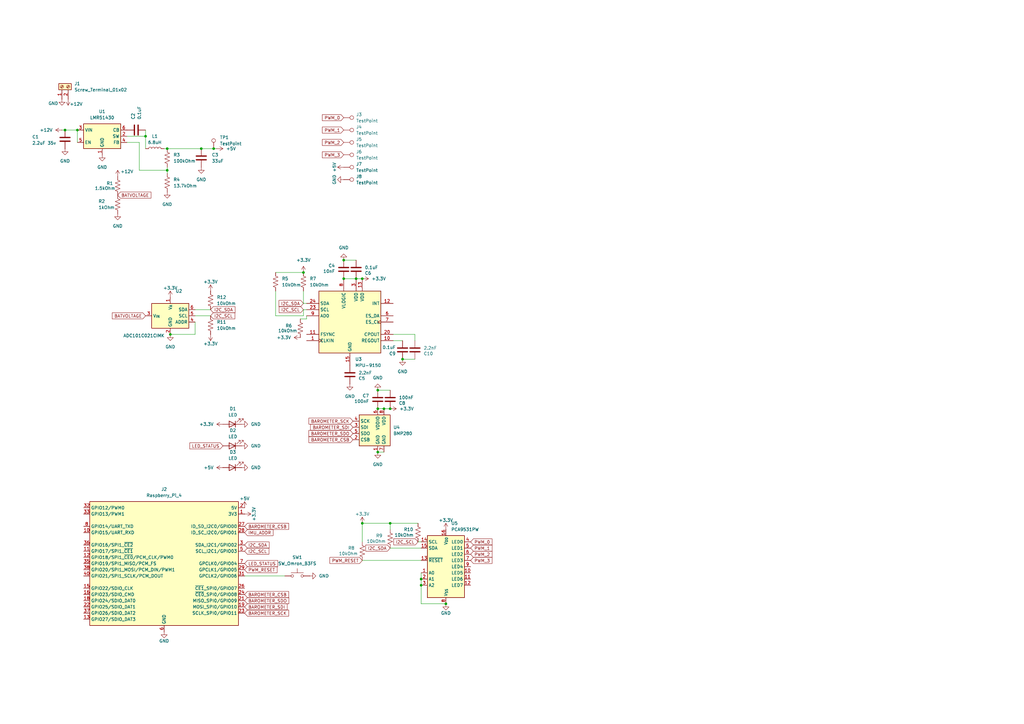
<source format=kicad_sch>
(kicad_sch (version 20250114) (generator "eeschema") (generator_version "9.0")
  (paper "A3")
  (lib_symbols
    (symbol "Analog_ADC:ADC101C021CIMK"
      (property "Reference" "U" (at 3.81 11.43 0))
      (property "Value" "ADC101C021CIMK" (at 11.43 8.89 0))
      (symbol "ADC101C021CIMK_0_1"
        (rectangle (start -7.62 5.08) (end 7.62 -5.08) (stroke (width 0.254)) (fill (type background)))
      )
      (symbol "ADC101C021CIMK_1_1"
        (pin input line (at -10.16 0 0) (length 2.54) (name "V_{IN}") (number "3"))
        (pin power_in line (at 0 7.62 270) (length 2.54) (name "V_{A}") (number "1"))
        (pin power_in line (at 0 -7.62 90) (length 2.54) (name "GND") (number "2"))
        (pin bidirectional line (at 10.16 2.54 180) (length 2.54) (name "SDA") (number "6"))
        (pin input line (at 10.16 0 180) (length 2.54) (name "SCL") (number "5"))
        (pin input line (at 10.16 -2.54 180) (length 2.54) (name "ADDR") (number "4"))
      )
    )
    (symbol "Connector:Raspberry_Pi_4"
      (property "Reference" "J" (at -17.526 48.768 0))
      (property "Value" "Raspberry_Pi_4" (at 15.748 -26.416 0))
      (symbol "Raspberry_Pi_4_0_1"
        (rectangle (start -30.48 25.4) (end 30.48 -25.4) (stroke (width 0.254)) (fill (type background)))
      )
      (symbol "Raspberry_Pi_4_1_1"
        (pin bidirectional line (at -33.02 22.86 0) (length 2.54) (name "GPIO12/PWM0") (number "32"))
        (pin bidirectional line (at -33.02 20.32 0) (length 2.54) (name "GPIO13/PWM1") (number "33"))
        (pin bidirectional line (at -33.02 15.24 0) (length 2.54) (name "GPIO14/UART_TXD") (number "8"))
        (pin bidirectional line (at -33.02 12.7 0) (length 2.54) (name "GPIO15/UART_RXD") (number "10"))
        (pin bidirectional line (at -33.02 7.62 0) (length 2.54) (name "GPIO16/SPI1_~{CE2}") (number "36"))
        (pin bidirectional line (at -33.02 5.08 0) (length 2.54) (name "GPIO17/SPI1_~{CE1}") (number "11"))
        (pin bidirectional line (at -33.02 2.54 0) (length 2.54) (name "GPIO18/SPI1_~{CE0}/PCM_CLK/PWM0") (number "12"))
        (pin bidirectional line (at -33.02 0 0) (length 2.54) (name "GPIO19/SPI1_MISO/PCM_FS") (number "35"))
        (pin bidirectional line (at -33.02 -2.54 0) (length 2.54) (name "GPIO20/SPI1_MOSI/PCM_DIN/PWM1") (number "38"))
        (pin bidirectional line (at -33.02 -5.08 0) (length 2.54) (name "GPIO21/SPI1_SCLK/PCM_DOUT") (number "40"))
        (pin bidirectional line (at -33.02 -10.16 0) (length 2.54) (name "GPIO22/SDIO_CLK") (number "15"))
        (pin bidirectional line (at -33.02 -12.7 0) (length 2.54) (name "GPIO23/SDIO_CMD") (number "16"))
        (pin bidirectional line (at -33.02 -15.24 0) (length 2.54) (name "GPIO24/SDIO_DAT0") (number "18"))
        (pin bidirectional line (at -33.02 -17.78 0) (length 2.54) (name "GPIO25/SDIO_DAT1") (number "22"))
        (pin bidirectional line (at -33.02 -20.32 0) (length 2.54) (name "GPIO26/SDIO_DAT2") (number "37"))
        (pin bidirectional line (at -33.02 -22.86 0) (length 2.54) (name "GPIO27/SDIO_DAT3") (number "13"))
        (pin passive line (at 0 -27.94 90) (length 2.54) (hide yes) (name "GND") (number "14"))
        (pin passive line (at 0 -27.94 90) (length 2.54) (hide yes) (name "GND") (number "20"))
        (pin passive line (at 0 -27.94 90) (length 2.54) (hide yes) (name "GND") (number "25"))
        (pin passive line (at 0 -27.94 90) (length 2.54) (hide yes) (name "GND") (number "30"))
        (pin passive line (at 0 -27.94 90) (length 2.54) (hide yes) (name "GND") (number "34"))
        (pin passive line (at 0 -27.94 90) (length 2.54) (hide yes) (name "GND") (number "39"))
        (pin power_out line (at 0 -27.94 90) (length 2.54) (name "GND") (number "6"))
        (pin passive line (at 0 -27.94 90) (length 2.54) (hide yes) (name "GND") (number "9"))
        (pin power_out line (at 33.02 22.86 180) (length 2.54) (name "5V") (number "2"))
        (pin passive line (at 33.02 22.86 180) (length 2.54) (hide yes) (name "5V") (number "4"))
        (pin power_out line (at 33.02 20.32 180) (length 2.54) (name "3V3") (number "1"))
        (pin passive line (at 33.02 20.32 180) (length 2.54) (hide yes) (name "3V3") (number "17"))
        (pin bidirectional line (at 33.02 15.24 180) (length 2.54) (name "ID_SD_I2C0/GPIO00") (number "27"))
        (pin bidirectional line (at 33.02 12.7 180) (length 2.54) (name "ID_SC_I2C0/GPIO01") (number "28"))
        (pin bidirectional line (at 33.02 7.62 180) (length 2.54) (name "SDA_I2C1/GPIO02") (number "3"))
        (pin bidirectional line (at 33.02 5.08 180) (length 2.54) (name "SCL_I2C1/GPIO03") (number "5"))
        (pin bidirectional line (at 33.02 0 180) (length 2.54) (name "GPCLK0/GPIO04") (number "7"))
        (pin bidirectional line (at 33.02 -2.54 180) (length 2.54) (name "GPCLK1/GPIO05") (number "29"))
        (pin bidirectional line (at 33.02 -5.08 180) (length 2.54) (name "GPCLK2/GPIO06") (number "31"))
        (pin bidirectional line (at 33.02 -10.16 180) (length 2.54) (name "~{CE1}_SPI0/GPIO07") (number "26"))
        (pin bidirectional line (at 33.02 -12.7 180) (length 2.54) (name "~{CE0}_SPI0/GPIO08") (number "24"))
        (pin bidirectional line (at 33.02 -15.24 180) (length 2.54) (name "MISO_SPI0/GPIO09") (number "21"))
        (pin bidirectional line (at 33.02 -17.78 180) (length 2.54) (name "MOSI_SPI0/GPIO10") (number "19"))
        (pin bidirectional line (at 33.02 -20.32 180) (length 2.54) (name "SCLK_SPI0/GPIO11") (number "23"))
      )
    )
    (symbol "Connector:Screw_Terminal_01x02" (pin_names (offset 1.016) (hide yes))
      (property "Reference" "J" (at 0 2.54 0))
      (property "Value" "Screw_Terminal_01x02" (at 0 -5.08 0))
      (symbol "Screw_Terminal_01x02_1_1"
        (rectangle (start -1.27 1.27) (end 1.27 -3.81) (stroke (width 0.254)) (fill (type background)))
        (polyline (pts (xy -0.5334 0.3302) (xy 0.3302 -0.508)) (stroke (width 0.1524)))
        (polyline (pts (xy -0.5334 -2.2098) (xy 0.3302 -3.048)) (stroke (width 0.1524)))
        (polyline (pts (xy -0.3556 0.508) (xy 0.508 -0.3302)) (stroke (width 0.1524)))
        (polyline (pts (xy -0.3556 -2.032) (xy 0.508 -2.8702)) (stroke (width 0.1524)))
        (circle (center 0 0) (radius 0.635) (stroke (width 0.1524)))
        (circle (center 0 -2.54) (radius 0.635) (stroke (width 0.1524)))
        (pin passive line (at -5.08 0 0) (length 3.81) (name "Pin_1") (number "1"))
        (pin passive line (at -5.08 -2.54 0) (length 3.81) (name "Pin_2") (number "2"))
      )
    )
    (symbol "Connector:TestPoint" (pin_numbers (hide yes)) (pin_names (offset 0.762) (hide yes))
      (property "Reference" "TP" (at 0 6.858 0))
      (property "Value" "TestPoint" (at 0 5.08 0))
      (symbol "TestPoint_0_1"
        (circle (center 0 3.302) (radius 0.762))
      )
      (symbol "TestPoint_1_1"
        (pin passive line (at 0 0 90) (length 2.54) (name "1") (number "1"))
      )
    )
    (symbol "Device:C" (pin_numbers (hide yes)) (pin_names (offset 0.254))
      (property "Reference" "C" (at 0.635 2.54 0))
      (property "Value" "C" (at 0.635 -2.54 0))
      (symbol "C_0_1"
        (polyline (pts (xy -2.032 0.762) (xy 2.032 0.762)) (stroke (width 0.508)))
        (polyline (pts (xy -2.032 -0.762) (xy 2.032 -0.762)) (stroke (width 0.508)))
      )
      (symbol "C_1_1"
        (pin passive line (at 0 3.81 270) (length 2.794) (name "~") (number "1"))
        (pin passive line (at 0 -3.81 90) (length 2.794) (name "~") (number "2"))
      )
    )
    (symbol "Device:L" (pin_numbers (hide yes)) (pin_names (offset 1.016) (hide yes))
      (property "Reference" "L" (at -1.27 0 90))
      (property "Value" "L" (at 1.905 0 90))
      (symbol "L_0_1"
        (arc (start 0 2.54) (mid 0.6323 1.905) (end 0 1.27))
        (arc (start 0 1.27) (mid 0.6323 0.635) (end 0 0))
        (arc (start 0 0) (mid 0.6323 -0.635) (end 0 -1.27))
        (arc (start 0 -1.27) (mid 0.6323 -1.905) (end 0 -2.54))
      )
      (symbol "L_1_1"
        (pin passive line (at 0 3.81 270) (length 1.27) (name "1") (number "1"))
        (pin passive line (at 0 -3.81 90) (length 1.27) (name "2") (number "2"))
      )
    )
    (symbol "Device:LED" (pin_numbers (hide yes)) (pin_names (offset 1.016) (hide yes))
      (property "Reference" "D" (at 0 2.54 0))
      (property "Value" "LED" (at 0 -2.54 0))
      (symbol "LED_0_1"
        (polyline (pts (xy -3.048 -0.762) (xy -4.572 -2.286) (xy -3.81 -2.286) (xy -4.572 -2.286) (xy -4.572 -1.524)))
        (polyline (pts (xy -1.778 -0.762) (xy -3.302 -2.286) (xy -2.54 -2.286) (xy -3.302 -2.286) (xy -3.302 -1.524)))
        (polyline (pts (xy -1.27 0) (xy 1.27 0)))
        (polyline (pts (xy -1.27 -1.27) (xy -1.27 1.27)) (stroke (width 0.254)))
        (polyline (pts (xy 1.27 -1.27) (xy 1.27 1.27) (xy -1.27 0) (xy 1.27 -1.27)) (stroke (width 0.254)))
      )
      (symbol "LED_1_1"
        (pin passive line (at -3.81 0 0) (length 2.54) (name "K") (number "1"))
        (pin passive line (at 3.81 0 180) (length 2.54) (name "A") (number "2"))
      )
    )
    (symbol "Device:R_US" (pin_numbers (hide yes)) (pin_names (offset 0))
      (property "Reference" "R" (at 2.54 0 90))
      (property "Value" "R_US" (at -2.54 0 90))
      (symbol "R_US_0_1"
        (polyline (pts (xy 0 2.286) (xy 0 2.54)))
        (polyline (pts (xy 0 2.286) (xy 1.016 1.905) (xy 0 1.524) (xy -1.016 1.143) (xy 0 0.762)))
        (polyline (pts (xy 0 0.762) (xy 1.016 0.381) (xy 0 0) (xy -1.016 -0.381) (xy 0 -0.762)))
        (polyline (pts (xy 0 -0.762) (xy 1.016 -1.143) (xy 0 -1.524) (xy -1.016 -1.905) (xy 0 -2.286)))
        (polyline (pts (xy 0 -2.286) (xy 0 -2.54)))
      )
      (symbol "R_US_1_1"
        (pin passive line (at 0 3.81 270) (length 1.27) (name "~") (number "1"))
        (pin passive line (at 0 -3.81 90) (length 1.27) (name "~") (number "2"))
      )
    )
    (symbol "Driver_LED:PCA9531PW"
      (property "Reference" "U" (at -7.62 13.97 0))
      (property "Value" "PCA9531PW" (at 6.35 -13.97 0))
      (symbol "PCA9531PW_0_1"
        (rectangle (start -7.62 12.7) (end 7.62 -12.7) (stroke (width 0.254)) (fill (type background)))
      )
      (symbol "PCA9531PW_1_1"
        (pin input line (at -10.16 10.16 0) (length 2.54) (name "SCL") (number "14"))
        (pin bidirectional line (at -10.16 7.62 0) (length 2.54) (name "SDA") (number "15"))
        (pin input line (at -10.16 2.54 0) (length 2.54) (name "~{RESET}") (number "13"))
        (pin input line (at -10.16 -2.54 0) (length 2.54) (name "A0") (number "1"))
        (pin input line (at -10.16 -5.08 0) (length 2.54) (name "A1") (number "2"))
        (pin input line (at -10.16 -7.62 0) (length 2.54) (name "A2") (number "3"))
        (pin power_in line (at 0 15.24 270) (length 2.54) (name "V_{DD}") (number "16"))
        (pin power_in line (at 0 -15.24 90) (length 2.54) (name "V_{SS}") (number "8"))
        (pin open_collector line (at 10.16 10.16 180) (length 2.54) (name "LED0") (number "4"))
        (pin open_collector line (at 10.16 7.62 180) (length 2.54) (name "LED1") (number "5"))
        (pin open_collector line (at 10.16 5.08 180) (length 2.54) (name "LED2") (number "6"))
        (pin open_collector line (at 10.16 2.54 180) (length 2.54) (name "LED3") (number "7"))
        (pin open_collector line (at 10.16 0 180) (length 2.54) (name "LED4") (number "9"))
        (pin open_collector line (at 10.16 -2.54 180) (length 2.54) (name "LED5") (number "10"))
        (pin open_collector line (at 10.16 -5.08 180) (length 2.54) (name "LED6") (number "11"))
        (pin open_collector line (at 10.16 -7.62 180) (length 2.54) (name "LED7") (number "12"))
      )
    )
    (symbol "Regulator_Switching:LMR51430"
      (property "Reference" "U" (at -7.62 6.35 0))
      (property "Value" "LMR51430" (at 0 6.35 0))
      (symbol "LMR51430_0_1"
        (rectangle (start -7.62 5.08) (end 7.62 -5.08) (stroke (width 0.254)) (fill (type background)))
      )
      (symbol "LMR51430_1_1"
        (pin power_in line (at -10.16 2.54 0) (length 2.54) (name "VIN") (number "3"))
        (pin input line (at -10.16 -2.54 0) (length 2.54) (name "EN") (number "5"))
        (pin power_in line (at 0 -7.62 90) (length 2.54) (name "GND") (number "1"))
        (pin passive line (at 10.16 2.54 180) (length 2.54) (name "CB") (number "6"))
        (pin power_out line (at 10.16 0 180) (length 2.54) (name "SW") (number "2"))
        (pin input line (at 10.16 -2.54 180) (length 2.54) (name "FB") (number "4"))
      )
    )
    (symbol "Sensor_Motion:MPU-9150"
      (property "Reference" "U" (at -11.43 13.97 0))
      (property "Value" "MPU-9150" (at 8.89 -13.97 0))
      (symbol "MPU-9150_0_1"
        (rectangle (start -12.7 12.7) (end 12.7 -12.7) (stroke (width 0.254)) (fill (type background)))
      )
      (symbol "MPU-9150_1_1"
        (pin bidirectional line (at -17.78 7.62 0) (length 5.08) (name "SDA") (number "24"))
        (pin input line (at -17.78 5.08 0) (length 5.08) (name "SCL") (number "23"))
        (pin input line (at -17.78 2.54 0) (length 5.08) (name "AD0") (number "9"))
        (pin input line (at -17.78 -5.08 0) (length 5.08) (name "FSYNC") (number "11"))
        (pin input clock (at -17.78 -7.62 0) (length 5.08) (name "CLKIN") (number "1"))
        (pin power_in line (at -2.54 17.78 270) (length 5.08) (name "VLOGIC") (number "8"))
        (pin power_in line (at 0 -17.78 90) (length 5.08) (name "GND") (number "15"))
        (pin passive line (at 0 -17.78 90) (length 5.08) (hide yes) (name "GND") (number "17"))
        (pin passive line (at 0 -17.78 90) (length 5.08) (hide yes) (name "GND") (number "18"))
        (pin power_in line (at 2.54 17.78 270) (length 5.08) (name "VDD") (number "3"))
        (pin power_in line (at 5.08 17.78 270) (length 5.08) (name "VDD") (number "13"))
        (pin output line (at 17.78 7.62 180) (length 5.08) (name "INT") (number "12"))
        (pin bidirectional line (at 17.78 2.54 180) (length 5.08) (name "ES_DA") (number "6"))
        (pin output clock (at 17.78 0 180) (length 5.08) (name "ES_CL") (number "7"))
        (pin passive line (at 17.78 -5.08 180) (length 5.08) (name "CPOUT") (number "20"))
        (pin passive line (at 17.78 -7.62 180) (length 5.08) (name "REGOUT") (number "10"))
      )
    )
    (symbol "Sensor_Pressure:BMP280"
      (property "Reference" "U" (at -7.62 10.16 0))
      (property "Value" "BMP280" (at 5.08 10.16 0))
      (symbol "BMP280_0_1"
        (rectangle (start -7.62 -5.08) (end 5.08 7.62) (stroke (width 0.254)) (fill (type background)))
      )
      (symbol "BMP280_1_1"
        (pin input line (at -10.16 5.08 0) (length 2.54) (name "SCK") (number "4"))
        (pin bidirectional line (at -10.16 2.54 0) (length 2.54) (name "SDI") (number "3"))
        (pin bidirectional line (at -10.16 0 0) (length 2.54) (name "SDO") (number "5"))
        (pin input line (at -10.16 -2.54 0) (length 2.54) (name "CSB") (number "2"))
        (pin power_in line (at 0 10.16 270) (length 2.54) (name "VDDIO") (number "6"))
        (pin power_in line (at 0 -7.62 90) (length 2.54) (name "GND") (number "1"))
        (pin power_in line (at 2.54 10.16 270) (length 2.54) (name "VDD") (number "8"))
        (pin power_in line (at 2.54 -7.62 90) (length 2.54) (name "GND") (number "7"))
      )
    )
    (symbol "Switch:SW_Omron_B3FS" (pin_numbers (hide yes)) (pin_names (offset 1.016) (hide yes))
      (property "Reference" "SW" (at 1.27 2.54 0))
      (property "Value" "SW_Omron_B3FS" (at 0 -1.524 0))
      (symbol "SW_Omron_B3FS_0_1"
        (circle (center -2.032 0) (radius 0.508))
        (polyline (pts (xy 0 1.27) (xy 0 3.048)))
        (circle (center 2.032 0) (radius 0.508))
        (polyline (pts (xy 2.54 1.27) (xy -2.54 1.27)))
        (pin passive line (at -5.08 0 0) (length 2.54) (name "1") (number "1"))
        (pin passive line (at 5.08 0 180) (length 2.54) (name "2") (number "2"))
      )
    )
    (symbol "power:+12V" (power) (pin_numbers (hide yes)) (pin_names (offset 0) (hide yes))
      (property "Value" "+12V" (at 0 3.556 0))
      (symbol "+12V_0_1"
        (polyline (pts (xy -0.762 1.27) (xy 0 2.54)))
        (polyline (pts (xy 0 2.54) (xy 0.762 1.27)))
        (polyline (pts (xy 0 0) (xy 0 2.54)))
      )
      (symbol "+12V_1_1"
        (pin power_in line (at 0 0 90) (length 0) (name "~") (number "1"))
      )
    )
    (symbol "power:+3.3V" (power) (pin_numbers (hide yes)) (pin_names (offset 0) (hide yes))
      (property "Value" "+3.3V" (at 0 3.556 0))
      (symbol "+3.3V_0_1"
        (polyline (pts (xy -0.762 1.27) (xy 0 2.54)))
        (polyline (pts (xy 0 2.54) (xy 0.762 1.27)))
        (polyline (pts (xy 0 0) (xy 0 2.54)))
      )
      (symbol "+3.3V_1_1"
        (pin power_in line (at 0 0 90) (length 0) (name "~") (number "1"))
      )
    )
    (symbol "power:+5V" (power) (pin_numbers (hide yes)) (pin_names (offset 0) (hide yes))
      (property "Value" "+5V" (at 0 3.556 0))
      (symbol "+5V_0_1"
        (polyline (pts (xy -0.762 1.27) (xy 0 2.54)))
        (polyline (pts (xy 0 2.54) (xy 0.762 1.27)))
        (polyline (pts (xy 0 0) (xy 0 2.54)))
      )
      (symbol "+5V_1_1"
        (pin power_in line (at 0 0 90) (length 0) (name "~") (number "1"))
      )
    )
    (symbol "power:GND" (power) (pin_numbers (hide yes)) (pin_names (offset 0) (hide yes))
      (property "Value" "GND" (at 0 -3.81 0))
      (symbol "GND_0_1"
        (polyline (pts (xy 0 0) (xy 0 -1.27) (xy 1.27 -1.27) (xy 0 -2.54) (xy -1.27 -1.27) (xy 0 -1.27)))
      )
      (symbol "GND_1_1"
        (pin power_in line (at 0 0 270) (length 0) (name "~") (number "1"))
      )
    )
  )
  (junction (at 172.72 237.49))
  (junction (at 154.94 160.02))
  (junction (at 148.59 214.63))
  (junction (at 140.97 114.3))
  (junction (at 146.05 114.3))
  (junction (at 165.1 147.32))
  (junction (at 31.75 53.34))
  (junction (at 160.02 167.64))
  (junction (at 82.55 60.96))
  (junction (at 69.85 137.16))
  (junction (at 59.69 55.88))
  (junction (at 148.59 114.3))
  (junction (at 154.94 185.42))
  (junction (at 157.48 167.64))
  (junction (at 26.67 53.34))
  (junction (at 68.58 60.96))
  (junction (at 154.94 167.64))
  (junction (at 172.72 240.03))
  (junction (at 160.02 214.63))
  (junction (at 124.46 111.76))
  (junction (at 140.97 106.68))
  (junction (at 68.58 69.85))
  (junction (at 182.88 247.65))
  (junction (at 87.63 60.96))
  (wire (pts (xy 154.94 167.64) (xy 157.48 167.64)))
  (wire (pts (xy 68.58 69.85) (xy 68.58 71.12)))
  (wire (pts (xy 80.01 137.16) (xy 69.85 137.16)))
  (wire (pts (xy 80.01 132.08) (xy 80.01 137.16)))
  (wire (pts (xy 124.46 124.46) (xy 125.73 124.46)))
  (wire (pts (xy 100.33 236.22) (xy 116.84 236.22)))
  (wire (pts (xy 86.36 129.54) (xy 80.01 129.54)))
  (wire (pts (xy 165.1 139.7) (xy 161.29 139.7)))
  (wire (pts (xy 160.02 214.63) (xy 160.02 217.17)))
  (wire (pts (xy 59.69 53.34) (xy 59.69 55.88)))
  (wire (pts (xy 157.48 167.64) (xy 160.02 167.64)))
  (wire (pts (xy 26.67 53.34) (xy 31.75 53.34)))
  (wire (pts (xy 31.75 53.34) (xy 31.75 58.42)))
  (wire (pts (xy 68.58 60.96) (xy 82.55 60.96)))
  (wire (pts (xy 124.46 129.54) (xy 124.46 127)))
  (wire (pts (xy 161.29 137.16) (xy 170.18 137.16)))
  (wire (pts (xy 140.97 114.3) (xy 146.05 114.3)))
  (wire (pts (xy 148.59 229.87) (xy 172.72 229.87)))
  (wire (pts (xy 125.73 130.81) (xy 123.19 130.81)))
  (wire (pts (xy 165.1 147.32) (xy 170.18 147.32)))
  (wire (pts (xy 140.97 106.68) (xy 146.05 106.68)))
  (wire (pts (xy 57.15 58.42) (xy 57.15 69.85)))
  (wire (pts (xy 113.03 129.54) (xy 124.46 129.54)))
  (wire (pts (xy 172.72 234.95) (xy 172.72 237.49)))
  (wire (pts (xy 171.45 222.25) (xy 172.72 222.25)))
  (wire (pts (xy 172.72 247.65) (xy 182.88 247.65)))
  (wire (pts (xy 124.46 119.38) (xy 124.46 124.46)))
  (wire (pts (xy 160.02 224.79) (xy 172.72 224.79)))
  (wire (pts (xy 160.02 214.63) (xy 171.45 214.63)))
  (wire (pts (xy 87.63 60.96) (xy 82.55 60.96)))
  (wire (pts (xy 67.31 60.96) (xy 68.58 60.96)))
  (wire (pts (xy 124.46 127) (xy 125.73 127)))
  (wire (pts (xy 154.94 160.02) (xy 160.02 160.02)))
  (wire (pts (xy 52.07 58.42) (xy 57.15 58.42)))
  (wire (pts (xy 52.07 55.88) (xy 59.69 55.88)))
  (wire (pts (xy 113.03 119.38) (xy 113.03 129.54)))
  (wire (pts (xy 148.59 214.63) (xy 148.59 222.25)))
  (wire (pts (xy 148.59 114.3) (xy 146.05 114.3)))
  (wire (pts (xy 172.72 237.49) (xy 172.72 240.03)))
  (wire (pts (xy 148.59 214.63) (xy 160.02 214.63)))
  (wire (pts (xy 25.4 53.34) (xy 26.67 53.34)))
  (wire (pts (xy 113.03 111.76) (xy 124.46 111.76)))
  (wire (pts (xy 154.94 185.42) (xy 157.48 185.42)))
  (wire (pts (xy 68.58 68.58) (xy 68.58 69.85)))
  (wire (pts (xy 59.69 55.88) (xy 59.69 60.96)))
  (wire (pts (xy 170.18 139.7) (xy 170.18 137.16)))
  (wire (pts (xy 57.15 69.85) (xy 68.58 69.85)))
  (wire (pts (xy 88.9 60.96) (xy 87.63 60.96)))
  (wire (pts (xy 172.72 240.03) (xy 172.72 247.65)))
  (wire (pts (xy 125.73 129.54) (xy 125.73 130.81)))
  (wire (pts (xy 86.36 127) (xy 80.01 127)))
  (global_label "PWM_1" (shape input) (at 140.97 53.34 180) (property "Intersheetrefs" "${INTERSHEET_REFS}" (effects (hide yes))))
  (global_label "PWM_3" (shape input) (at 193.04 229.87 0) (property "Intersheetrefs" "${INTERSHEET_REFS}" (effects (hide yes))))
  (global_label "I2C_SCL" (shape input) (at 171.45 222.25 180) (property "Intersheetrefs" "${INTERSHEET_REFS}" (effects (hide yes))))
  (global_label "PWM_RESET" (shape input) (at 148.59 229.87 180) (property "Intersheetrefs" "${INTERSHEET_REFS}" (effects (hide yes))))
  (global_label "I2C_SCL" (shape input) (at 124.46 127 180) (property "Intersheetrefs" "${INTERSHEET_REFS}" (effects (hide yes))))
  (global_label "BAROMETER_SCK" (shape input) (at 100.33 251.46 0) (property "Intersheetrefs" "${INTERSHEET_REFS}" (effects (hide yes))))
  (global_label "PWM_0" (shape input) (at 193.04 222.25 0) (property "Intersheetrefs" "${INTERSHEET_REFS}" (effects (hide yes))))
  (global_label "PWM_3" (shape input) (at 140.97 63.5 180) (property "Intersheetrefs" "${INTERSHEET_REFS}" (effects (hide yes))))
  (global_label "PWM_1" (shape input) (at 193.04 224.79 0) (property "Intersheetrefs" "${INTERSHEET_REFS}" (effects (hide yes))))
  (global_label "I2C_SDA" (shape input) (at 86.36 127 0) (property "Intersheetrefs" "${INTERSHEET_REFS}" (effects (hide yes))))
  (global_label "BAROMETER_CSB" (shape input) (at 100.33 215.9 0) (property "Intersheetrefs" "${INTERSHEET_REFS}" (effects (hide yes))))
  (global_label "I2C_SDA" (shape input) (at 100.33 223.52 0) (property "Intersheetrefs" "${INTERSHEET_REFS}" (effects (hide yes))))
  (global_label "LED_STATUS" (shape input) (at 100.33 231.14 0) (property "Intersheetrefs" "${INTERSHEET_REFS}" (effects (hide yes))))
  (global_label "PWM_2" (shape input) (at 193.04 227.33 0) (property "Intersheetrefs" "${INTERSHEET_REFS}" (effects (hide yes))))
  (global_label "I2C_SDA" (shape input) (at 124.46 124.46 180) (property "Intersheetrefs" "${INTERSHEET_REFS}" (effects (hide yes))))
  (global_label "I2C_SDA" (shape input) (at 160.02 224.79 180) (property "Intersheetrefs" "${INTERSHEET_REFS}" (effects (hide yes))))
  (global_label "PWM_2" (shape input) (at 140.97 58.42 180) (property "Intersheetrefs" "${INTERSHEET_REFS}" (effects (hide yes))))
  (global_label "LED_STATUS" (shape input) (at 91.44 182.88 180) (property "Intersheetrefs" "${INTERSHEET_REFS}" (effects (hide yes))))
  (global_label "I2C_SCL" (shape input) (at 86.36 129.54 0) (property "Intersheetrefs" "${INTERSHEET_REFS}" (effects (hide yes))))
  (global_label "PWM_0" (shape input) (at 140.97 48.26 180) (property "Intersheetrefs" "${INTERSHEET_REFS}" (effects (hide yes))))
  (global_label "PWM_RESET" (shape input) (at 100.33 233.68 0) (property "Intersheetrefs" "${INTERSHEET_REFS}" (effects (hide yes))))
  (global_label "BAROMETER_SDI" (shape input) (at 144.78 175.26 180) (property "Intersheetrefs" "${INTERSHEET_REFS}" (effects (hide yes))))
  (global_label "BAROMETER_SCK" (shape input) (at 144.78 172.72 180) (property "Intersheetrefs" "${INTERSHEET_REFS}" (effects (hide yes))))
  (global_label "BAROMETER_SDO" (shape input) (at 100.33 246.38 0) (property "Intersheetrefs" "${INTERSHEET_REFS}" (effects (hide yes))))
  (global_label "BAROMETER_CSB" (shape input) (at 100.33 243.84 0) (property "Intersheetrefs" "${INTERSHEET_REFS}" (effects (hide yes))))
  (global_label "BAROMETER_CSB" (shape input) (at 144.78 180.34 180) (property "Intersheetrefs" "${INTERSHEET_REFS}" (effects (hide yes))))
  (global_label "BAROMETER_SDI" (shape input) (at 100.33 248.92 0) (property "Intersheetrefs" "${INTERSHEET_REFS}" (effects (hide yes))))
  (global_label "IMU_ADDR" (shape input) (at 100.33 218.44 0) (property "Intersheetrefs" "${INTERSHEET_REFS}" (effects (hide yes))))
  (global_label "BATVOLTAGE" (shape input) (at 59.69 129.54 180) (property "Intersheetrefs" "${INTERSHEET_REFS}" (effects (hide yes))))
  (global_label "BAROMETER_SDO" (shape input) (at 144.78 177.8 180) (property "Intersheetrefs" "${INTERSHEET_REFS}" (effects (hide yes))))
  (global_label "BATVOLTAGE" (shape input) (at 48.26 80.01 0) (property "Intersheetrefs" "${INTERSHEET_REFS}" (effects (hide yes))))
  (global_label "I2C_SCL" (shape input) (at 100.33 226.06 0) (property "Intersheetrefs" "${INTERSHEET_REFS}" (effects (hide yes))))
  (symbol (lib_id "power:+3.3V") (at 100.33 210.82 270) (unit 1)
    (property "Reference" "#PWR020" (effects (hide yes)))
    (property "Value" "+3.3V" (at 104.14 210.82 0))
  )
  (symbol (lib_id "power:+3.3V") (at 86.36 119.38 0) (unit 1)
    (property "Reference" "#PWR035" (effects (hide yes)))
    (property "Value" "+3.3V" (at 86.36 115.57 0))
  )
  (symbol (lib_id "Device:LED") (at 95.25 182.88 180) (unit 1)
    (property "Reference" "D2" (at 95.504 176.53 0))
    (property "Value" "LED" (at 95.504 179.07 0))
    (property "Footprint" "LED_SMD:LED_0402_1005Metric" (effects (hide yes)))
    (property "Description" "Light emitting diode" (effects (hide yes)))
    (property "Sim.Pins" "1=K 2=A" (effects (hide yes)))
  )
  (symbol (lib_id "Regulator_Switching:LMR51430") (at 41.91 55.88 0) (unit 1)
    (property "Reference" "U1" (at 41.91 45.72 0))
    (property "Value" "LMR51430" (at 41.91 48.26 0))
    (property "Footprint" "Package_TO_SOT_SMD:SOT-23-6" (effects (hide yes)))
    (property "Datasheet" "https://www.ti.com/lit/ds/symlink/lmr51430.pdf" (effects (hide yes)))
    (property "Description" "4.5-V to 36-V, 3-A synchronous buck converter with 40-µA IQ, SOT-23-6" (effects (hide yes)))
  )
  (symbol (lib_id "power:GND") (at 182.88 247.65 0) (unit 1)
    (property "Reference" "#PWR034" (effects (hide yes)))
    (property "Value" "GND" (at 182.88 251.46 0))
  )
  (symbol (lib_id "power:+5V") (at 100.33 208.28 0) (unit 1)
    (property "Reference" "#PWR019" (effects (hide yes)))
    (property "Value" "+5V" (at 100.33 204.47 0))
  )
  (symbol (lib_id "power:+3.3V") (at 91.44 173.99 90) (unit 1)
    (property "Reference" "#PWR014" (effects (hide yes)))
    (property "Value" "+3.3V" (at 87.63 173.9899 90) (effects (justify left)))
    (property "Description" "Power symbol creates a global label with name \"+3.3V\"" (effects (hide yes)))
  )
  (symbol (lib_id "power:GND") (at 25.4 40.64 0) (unit 1)
    (property "Reference" "#PWR04" (effects (hide yes)))
    (property "Value" "GND" (at 21.844 42.418 0))
    (property "Description" "Power symbol creates a global label with name \"GND\" , ground" (effects (hide yes)))
  )
  (symbol (lib_id "Sensor_Pressure:BMP280") (at 154.94 177.8 0) (unit 1)
    (property "Reference" "U4" (at 161.29 175.2599 0) (effects (justify left)))
    (property "Value" "BMP280" (at 161.29 177.7999 0) (effects (justify left)))
    (property "Footprint" "Package_LGA:Bosch_LGA-8_2x2.5mm_P0.65mm_ClockwisePinNumbering" (effects (hide yes)))
    (property "Datasheet" "https://ae-bst.resource.bosch.com/media/_tech/media/datasheets/BST-BMP280-DS001.pdf" (effects (hide yes)))
    (property "Description" "Absolute Barometric Pressure Sensor, LGA-8" (effects (hide yes)))
  )
  (symbol (lib_id "power:+3.3V") (at 124.46 111.76 0) (unit 1)
    (property "Reference" "#PWR022" (effects (hide yes)))
    (property "Value" "+3.3V" (at 124.46 106.68 0))
    (property "Description" "Power symbol creates a global label with name \"+3.3V\"" (effects (hide yes)))
  )
  (symbol (lib_id "power:GND") (at 165.1 147.32 0) (unit 1)
    (property "Reference" "#PWR032" (effects (hide yes)))
    (property "Value" "GND" (at 165.1 152.4 0))
    (property "Description" "Power symbol creates a global label with name \"GND\" , ground" (effects (hide yes)))
  )
  (symbol (lib_id "Device:C") (at 140.97 110.49 180) (unit 1)
    (property "Reference" "C4" (at 137.414 108.966 0) (effects (justify left)))
    (property "Value" "10nF" (at 137.414 111.252 0) (effects (justify left)))
    (property "Footprint" "Capacitor_SMD:C_0402_1005Metric" (effects (hide yes)))
    (property "Description" "Unpolarized capacitor" (effects (hide yes)))
  )
  (symbol (lib_id "Device:C") (at 160.02 163.83 0) (unit 1)
    (property "Reference" "C8" (at 163.576 165.354 0) (effects (justify left)))
    (property "Value" "100nF" (at 163.576 163.068 0) (effects (justify left)))
    (property "Footprint" "Capacitor_SMD:C_0402_1005Metric" (effects (hide yes)))
    (property "Description" "Unpolarized capacitor" (effects (hide yes)))
  )
  (symbol (lib_id "Device:R_US") (at 68.58 64.77 0) (unit 1)
    (property "Reference" "R3" (at 71.12 63.4999 0) (effects (justify left)))
    (property "Value" "100kOhm" (at 71.12 66.0399 0) (effects (justify left)))
    (property "Footprint" "Resistor_SMD:R_0402_1005Metric" (effects (hide yes)))
    (property "Description" "Resistor, US symbol" (effects (hide yes)))
  )
  (symbol (lib_id "Device:C") (at 146.05 110.49 0) (unit 1)
    (property "Reference" "C6" (at 149.606 112.014 0) (effects (justify left)))
    (property "Value" "0.1uF" (at 149.606 109.728 0) (effects (justify left)))
    (property "Footprint" "Capacitor_SMD:C_0402_1005Metric" (effects (hide yes)))
    (property "Description" "Unpolarized capacitor" (effects (hide yes)))
  )
  (symbol (lib_id "Connector:TestPoint") (at 87.63 60.96 0) (unit 1)
    (property "Reference" "TP1" (at 90.17 56.3879 0) (effects (justify left)))
    (property "Value" "TestPoint" (at 90.17 58.9279 0) (effects (justify left)))
    (property "Footprint" "TestPoint:TestPoint_Pad_D2.0mm" (effects (hide yes)))
    (property "Description" "test point" (effects (hide yes)))
  )
  (symbol (lib_id "Driver_LED:PCA9531PW") (at 182.88 232.41 0) (unit 1)
    (property "Reference" "U5" (at 185.0233 214.63 0) (effects (justify left)))
    (property "Value" "PCA9531PW" (at 185.0233 217.17 0) (effects (justify left)))
    (property "Footprint" "Package_SO:TSSOP-16_4.4x5mm_P0.65mm" (effects (hide yes)))
    (property "Datasheet" "https://www.nxp.com/docs/en/data-sheet/PCA9531.pdf" (effects (hide yes)))
    (property "Description" "8-bit PWM I2C eight LED driver, TSSOP-16" (effects (hide yes)))
  )
  (symbol (lib_id "power:+3.3V") (at 182.88 217.17 0) (unit 1)
    (property "Reference" "#PWR033" (effects (hide yes)))
    (property "Value" "+3.3V" (at 182.88 213.36 0))
  )
  (symbol (lib_id "power:GND") (at 68.58 78.74 0) (unit 1)
    (property "Reference" "#PWR09" (effects (hide yes)))
    (property "Value" "GND" (at 68.58 83.82 0))
    (property "Description" "Power symbol creates a global label with name \"GND\" , ground" (effects (hide yes)))
  )
  (symbol (lib_id "Device:R_US") (at 48.26 76.2 0) (unit 1)
    (property "Reference" "R1" (at 43.688 75.184 0) (effects (justify left)))
    (property "Value" "1.5kOhm" (at 38.862 77.216 0) (effects (justify left)))
    (property "Footprint" "Resistor_SMD:R_0402_1005Metric" (effects (hide yes)))
    (property "Description" "Resistor, US symbol" (effects (hide yes)))
  )
  (symbol (lib_id "power:GND") (at 154.94 160.02 180) (unit 1)
    (property "Reference" "#PWR029" (effects (hide yes)))
    (property "Value" "GND" (at 154.94 154.94 0))
    (property "Description" "Power symbol creates a global label with name \"GND\" , ground" (effects (hide yes)))
  )
  (symbol (lib_id "Device:C") (at 154.94 163.83 180) (unit 1)
    (property "Reference" "C7" (at 151.384 162.306 0) (effects (justify left)))
    (property "Value" "100nF" (at 151.384 164.592 0) (effects (justify left)))
    (property "Footprint" "Capacitor_SMD:C_0402_1005Metric" (effects (hide yes)))
    (property "Description" "Unpolarized capacitor" (effects (hide yes)))
  )
  (symbol (lib_id "Connector:TestPoint") (at 140.97 68.58 270) (unit 1)
    (property "Reference" "J7" (at 146.05 67.3099 90) (effects (justify left)))
    (property "Value" "TestPoint" (at 146.05 69.8499 90) (effects (justify left)))
    (property "Footprint" "TestPoint:TestPoint_Pad_D2.0mm" (effects (hide yes)))
    (property "Description" "test point" (effects (hide yes)))
  )
  (symbol (lib_id "power:GND") (at 67.31 259.08 0) (unit 1)
    (property "Reference" "#PWR08" (effects (hide yes)))
    (property "Value" "GND" (at 67.31 262.89 0))
  )
  (symbol (lib_id "Device:C") (at 143.51 153.67 0) (unit 1)
    (property "Reference" "C5" (at 147.066 155.194 0) (effects (justify left)))
    (property "Value" "2.2nF" (at 147.066 152.908 0) (effects (justify left)))
    (property "Footprint" "Capacitor_SMD:C_0402_1005Metric" (effects (hide yes)))
    (property "Description" "Unpolarized capacitor" (effects (hide yes)))
  )
  (symbol (lib_id "power:+12V") (at 25.4 53.34 90) (unit 1)
    (property "Reference" "#PWR02" (effects (hide yes)))
    (property "Value" "+12V" (at 21.59 53.3399 90) (effects (justify left)))
    (property "Description" "Power symbol creates a global label with name \"+12V\"" (effects (hide yes)))
  )
  (symbol (lib_id "power:+3.3V") (at 148.59 214.63 0) (unit 1)
    (property "Reference" "#PWR028" (effects (hide yes)))
    (property "Value" "+3.3V" (at 148.59 210.82 0))
  )
  (symbol (lib_id "power:GND") (at 99.06 173.99 90) (unit 1)
    (property "Reference" "#PWR016" (effects (hide yes)))
    (property "Value" "GND" (at 102.87 173.9899 90) (effects (justify right)))
    (property "Description" "Power symbol creates a global label with name \"GND\" , ground" (effects (hide yes)))
  )
  (symbol (lib_id "Connector:Screw_Terminal_01x02") (at 25.4 35.56 90) (unit 1)
    (property "Reference" "J1" (at 30.48 34.2899 90) (effects (justify right)))
    (property "Value" "Screw_Terminal_01x02" (at 30.48 36.8299 90) (effects (justify right)))
    (property "Footprint" "TerminalBlock:TerminalBlock_Xinya_XY308-2.54-2P_1x02_P2.54mm_Horizontal" (effects (hide yes)))
    (property "Description" "Generic screw terminal, single row, 01x02, script generated (kicad-library-utils/schlib/autogen/connector/)" (effects (hide yes)))
  )
  (symbol (lib_id "Device:R_US") (at 48.26 83.82 0) (unit 1)
    (property "Reference" "R2" (at 40.386 82.55 0) (effects (justify left)))
    (property "Value" "1kOhm" (at 40.386 85.09 0) (effects (justify left)))
    (property "Footprint" "Resistor_SMD:R_0402_1005Metric" (effects (hide yes)))
    (property "Description" "Resistor, US symbol" (effects (hide yes)))
  )
  (symbol (lib_id "Connector:Raspberry_Pi_4") (at 67.31 231.14 0) (unit 1)
    (property "Reference" "J2" (at 67.31 200.66 0))
    (property "Value" "Raspberry_Pi_4" (at 67.31 203.2 0))
    (property "Footprint" "Connector_PinHeader_2.54mm:PinHeader_2x20_P2.54mm_Vertical" (effects (hide yes)))
    (property "Datasheet" "https://datasheets.raspberrypi.com/rpi4/raspberry-pi-4-datasheet.pdf" (effects (hide yes)))
    (property "Description" "Raspberry Pi 4 Model B" (effects (hide yes)))
  )
  (symbol (lib_id "power:+12V") (at 27.94 40.64 180) (unit 1)
    (property "Reference" "#PWR01" (effects (hide yes)))
    (property "Value" "+12V" (at 31.242 42.672 0))
    (property "Description" "Power symbol creates a global label with name \"+12V\"" (effects (hide yes)))
  )
  (symbol (lib_id "Device:C") (at 165.1 143.51 180) (unit 1)
    (property "Reference" "C9" (at 162.306 145.034 0) (effects (justify left)))
    (property "Value" "0.1uF" (at 162.306 142.494 0) (effects (justify left)))
    (property "Footprint" "Capacitor_SMD:C_0402_1005Metric" (effects (hide yes)))
    (property "Description" "Unpolarized capacitor" (effects (hide yes)))
  )
  (symbol (lib_id "power:GND") (at 69.85 137.16 0) (unit 1)
    (property "Reference" "#PWR011" (effects (hide yes)))
    (property "Value" "GND" (at 69.85 142.24 0))
    (property "Description" "Power symbol creates a global label with name \"GND\" , ground" (effects (hide yes)))
  )
  (symbol (lib_id "Switch:SW_Omron_B3FS") (at 121.92 236.22 0) (unit 1)
    (property "Reference" "SW1" (at 121.92 228.6 0))
    (property "Value" "SW_Omron_B3FS" (at 121.92 231.14 0))
    (property "Footprint" "Button_Switch_SMD:SW_SPST_Omron_B3FS-100xP" (effects (hide yes)))
    (property "Datasheet" "https://omronfs.omron.com/en_US/ecb/products/pdf/en-b3fs.pdf" (effects (hide yes)))
    (property "Description" "Omron B3FS 6x6mm single pole normally-open tactile switch" (effects (hide yes)))
  )
  (symbol (lib_id "Device:R_US") (at 124.46 115.57 0) (unit 1)
    (property "Reference" "R7" (at 127 114.2999 0) (effects (justify left)))
    (property "Value" "10kOhm" (at 127 116.8399 0) (effects (justify left)))
    (property "Footprint" "Resistor_SMD:R_0402_1005Metric" (effects (hide yes)))
    (property "Description" "Resistor, US symbol" (effects (hide yes)))
  )
  (symbol (lib_id "Device:L") (at 63.5 60.96 90) (unit 1)
    (property "Reference" "L1" (at 63.5 55.88 90))
    (property "Value" "6.8uH" (at 63.5 58.42 90))
    (property "Footprint" "Inductor_SMD:L_1812_4532Metric" (effects (hide yes)))
    (property "Description" "Inductor" (effects (hide yes)))
  )
  (symbol (lib_id "power:GND") (at 26.67 60.96 0) (unit 1)
    (property "Reference" "#PWR03" (effects (hide yes)))
    (property "Value" "GND" (at 26.67 66.04 0))
    (property "Description" "Power symbol creates a global label with name \"GND\" , ground" (effects (hide yes)))
  )
  (symbol (lib_id "Connector:TestPoint") (at 140.97 63.5 270) (unit 1)
    (property "Reference" "J6" (at 146.05 62.2299 90) (effects (justify left)))
    (property "Value" "TestPoint" (at 146.05 64.7699 90) (effects (justify left)))
    (property "Footprint" "TestPoint:TestPoint_Pad_D2.0mm" (effects (hide yes)))
    (property "Description" "test point" (effects (hide yes)))
  )
  (symbol (lib_id "power:+3.3V") (at 148.59 114.3 270) (unit 1)
    (property "Reference" "#PWR027" (effects (hide yes)))
    (property "Value" "+3.3V" (at 152.4 114.2999 90) (effects (justify left)))
    (property "Description" "Power symbol creates a global label with name \"+3.3V\"" (effects (hide yes)))
  )
  (symbol (lib_id "power:GND") (at 127 236.22 90) (unit 1)
    (property "Reference" "#PWR037" (effects (hide yes)))
    (property "Value" "GND" (at 130.81 236.2199 90) (effects (justify right)))
    (property "Description" "Power symbol creates a global label with name \"GND\" , ground" (effects (hide yes)))
  )
  (symbol (lib_id "Device:R_US") (at 171.45 218.44 0) (unit 1)
    (property "Reference" "R10" (at 165.608 217.17 0) (effects (justify left)))
    (property "Value" "10kOhm" (at 161.798 219.456 0) (effects (justify left)))
    (property "Footprint" "Resistor_SMD:R_0402_1005Metric" (effects (hide yes)))
    (property "Description" "Resistor, US symbol" (effects (hide yes)))
  )
  (symbol (lib_id "power:GND") (at 140.97 106.68 180) (unit 1)
    (property "Reference" "#PWR025" (effects (hide yes)))
    (property "Value" "GND" (at 140.97 101.6 0))
    (property "Description" "Power symbol creates a global label with name \"GND\" , ground" (effects (hide yes)))
  )
  (symbol (lib_id "Device:R_US") (at 68.58 74.93 0) (unit 1)
    (property "Reference" "R4" (at 71.12 73.6599 0) (effects (justify left)))
    (property "Value" "13.7kOhm" (at 71.12 76.1999 0) (effects (justify left)))
    (property "Footprint" "Resistor_SMD:R_0402_1005Metric" (effects (hide yes)))
    (property "Description" "Resistor, US symbol" (effects (hide yes)))
  )
  (symbol (lib_id "Device:R_US") (at 86.36 133.35 0) (unit 1)
    (property "Reference" "R11" (at 88.9 132.0799 0) (effects (justify left)))
    (property "Value" "10kOhm" (at 88.9 134.6199 0) (effects (justify left)))
    (property "Footprint" "Resistor_SMD:R_0402_1005Metric" (effects (hide yes)))
    (property "Description" "Resistor, US symbol" (effects (hide yes)))
  )
  (symbol (lib_id "Device:R_US") (at 160.02 220.98 0) (unit 1)
    (property "Reference" "R9" (at 154.178 219.71 0) (effects (justify left)))
    (property "Value" "10kOhm" (at 150.368 221.996 0) (effects (justify left)))
    (property "Footprint" "Resistor_SMD:R_0402_1005Metric" (effects (hide yes)))
    (property "Description" "Resistor, US symbol" (effects (hide yes)))
  )
  (symbol (lib_id "power:GND") (at 99.06 191.77 90) (unit 1)
    (property "Reference" "#PWR018" (effects (hide yes)))
    (property "Value" "GND" (at 102.87 191.7699 90) (effects (justify right)))
    (property "Description" "Power symbol creates a global label with name \"GND\" , ground" (effects (hide yes)))
  )
  (symbol (lib_id "Device:C") (at 82.55 64.77 0) (unit 1)
    (property "Reference" "C3" (at 86.868 63.5 0) (effects (justify left)))
    (property "Value" "33uF" (at 86.868 66.04 0) (effects (justify left)))
    (property "Footprint" "Capacitor_SMD:C_Elec_5x5.4" (effects (hide yes)))
    (property "Description" "Unpolarized capacitor" (effects (hide yes)))
  )
  (symbol (lib_id "power:GND") (at 140.97 73.66 270) (unit 1)
    (property "Reference" "#PWR024" (effects (hide yes)))
    (property "Value" "GND" (at 137.16 73.66 0))
  )
  (symbol (lib_id "Connector:TestPoint") (at 140.97 48.26 270) (unit 1)
    (property "Reference" "J3" (at 146.05 46.9899 90) (effects (justify left)))
    (property "Value" "TestPoint" (at 146.05 49.5299 90) (effects (justify left)))
    (property "Footprint" "TestPoint:TestPoint_Pad_D2.0mm" (effects (hide yes)))
    (property "Description" "test point" (effects (hide yes)))
  )
  (symbol (lib_id "power:+5V") (at 140.97 68.58 90) (unit 1)
    (property "Reference" "#PWR023" (effects (hide yes)))
    (property "Value" "+5V" (at 137.16 68.58 0))
  )
  (symbol (lib_id "power:GND") (at 99.06 182.88 90) (unit 1)
    (property "Reference" "#PWR017" (effects (hide yes)))
    (property "Value" "GND" (at 102.87 182.8799 90) (effects (justify right)))
    (property "Description" "Power symbol creates a global label with name \"GND\" , ground" (effects (hide yes)))
  )
  (symbol (lib_id "power:GND") (at 48.26 87.63 0) (unit 1)
    (property "Reference" "#PWR07" (effects (hide yes)))
    (property "Value" "GND" (at 48.26 92.71 0))
    (property "Description" "Power symbol creates a global label with name \"GND\" , ground" (effects (hide yes)))
  )
  (symbol (lib_id "power:GND") (at 143.51 157.48 0) (unit 1)
    (property "Reference" "#PWR026" (effects (hide yes)))
    (property "Value" "GND" (at 143.51 162.56 0))
    (property "Description" "Power symbol creates a global label with name \"GND\" , ground" (effects (hide yes)))
  )
  (symbol (lib_id "power:+12V") (at 48.26 72.39 0) (unit 1)
    (property "Reference" "#PWR06" (effects (hide yes)))
    (property "Value" "+12V" (at 52.07 70.358 0))
    (property "Description" "Power symbol creates a global label with name \"+12V\"" (effects (hide yes)))
  )
  (symbol (lib_id "power:GND") (at 154.94 185.42 0) (unit 1)
    (property "Reference" "#PWR030" (effects (hide yes)))
    (property "Value" "GND" (at 154.94 190.5 0))
    (property "Description" "Power symbol creates a global label with name \"GND\" , ground" (effects (hide yes)))
  )
  (symbol (lib_id "Device:C") (at 55.88 53.34 90) (unit 1)
    (property "Reference" "C2" (at 54.61 49.022 0) (effects (justify left)))
    (property "Value" "0.1uF" (at 57.15 49.022 0) (effects (justify left)))
    (property "Footprint" "Capacitor_SMD:C_0402_1005Metric" (effects (hide yes)))
    (property "Description" "Unpolarized capacitor" (effects (hide yes)))
  )
  (symbol (lib_id "power:+5V") (at 88.9 60.96 270) (unit 1)
    (property "Reference" "#PWR013" (effects (hide yes)))
    (property "Value" "+5V" (at 92.71 60.9599 90) (effects (justify left)))
    (property "Description" "Power symbol creates a global label with name \"+5V\"" (effects (hide yes)))
  )
  (symbol (lib_id "Device:LED") (at 95.25 191.77 180) (unit 1)
    (property "Reference" "D3" (at 95.504 185.42 0))
    (property "Value" "LED" (at 95.504 187.96 0))
    (property "Footprint" "LED_SMD:LED_0402_1005Metric" (effects (hide yes)))
    (property "Description" "Light emitting diode" (effects (hide yes)))
    (property "Sim.Pins" "1=K 2=A" (effects (hide yes)))
  )
  (symbol (lib_id "power:+5V") (at 91.44 191.77 90) (unit 1)
    (property "Reference" "#PWR015" (effects (hide yes)))
    (property "Value" "+5V" (at 87.63 191.7699 90) (effects (justify left)))
    (property "Description" "Power symbol creates a global label with name \"+5V\"" (effects (hide yes)))
  )
  (symbol (lib_id "Device:R_US") (at 113.03 115.57 0) (unit 1)
    (property "Reference" "R5" (at 115.57 114.2999 0) (effects (justify left)))
    (property "Value" "10kOhm" (at 115.57 116.8399 0) (effects (justify left)))
    (property "Footprint" "Resistor_SMD:R_0402_1005Metric" (effects (hide yes)))
    (property "Description" "Resistor, US symbol" (effects (hide yes)))
  )
  (symbol (lib_id "power:+3.3V") (at 86.36 137.16 180) (unit 1)
    (property "Reference" "#PWR036" (effects (hide yes)))
    (property "Value" "+3.3V" (at 86.36 140.97 0))
  )
  (symbol (lib_id "power:GND") (at 41.91 63.5 0) (unit 1)
    (property "Reference" "#PWR05" (effects (hide yes)))
    (property "Value" "GND" (at 41.91 68.58 0))
    (property "Description" "Power symbol creates a global label with name \"GND\" , ground" (effects (hide yes)))
  )
  (symbol (lib_id "Connector:TestPoint") (at 140.97 73.66 270) (unit 1)
    (property "Reference" "J8" (at 146.05 72.3899 90) (effects (justify left)))
    (property "Value" "TestPoint" (at 146.05 74.9299 90) (effects (justify left)))
    (property "Footprint" "TestPoint:TestPoint_Pad_D2.0mm" (effects (hide yes)))
    (property "Description" "test point" (effects (hide yes)))
  )
  (symbol (lib_id "power:+3.3V") (at 69.85 121.92 0) (unit 1)
    (property "Reference" "#PWR010" (effects (hide yes)))
    (property "Value" "+3.3V" (at 69.85 118.11 0))
  )
  (symbol (lib_id "power:+3.3V") (at 123.19 138.43 90) (unit 1)
    (property "Reference" "#PWR021" (effects (hide yes)))
    (property "Value" "+3.3V" (at 119.38 138.4299 90) (effects (justify left)))
    (property "Description" "Power symbol creates a global label with name \"+3.3V\"" (effects (hide yes)))
  )
  (symbol (lib_id "Sensor_Motion:MPU-9150") (at 143.51 132.08 0) (unit 1)
    (property "Reference" "U3" (at 145.6533 147.32 0) (effects (justify left)))
    (property "Value" "MPU-9150" (at 145.6533 149.86 0) (effects (justify left)))
    (property "Footprint" "Sensor_Motion:InvenSense_QFN-24_4x4mm_P0.5mm" (effects (hide yes)))
    (property "Datasheet" "https://www.invensense.com/wp-content/uploads/2015/02/MPU-9150-Datasheet.pdf" (effects (hide yes)))
    (property "Description" "InvenSense 9-Axis Motion Sensor, Accelerometer, Gyroscope, Compass, I2C" (effects (hide yes)))
  )
  (symbol (lib_id "Device:R_US") (at 148.59 226.06 0) (unit 1)
    (property "Reference" "R8" (at 142.748 224.79 0) (effects (justify left)))
    (property "Value" "10kOhm" (at 138.938 227.076 0) (effects (justify left)))
    (property "Footprint" "Resistor_SMD:R_0402_1005Metric" (effects (hide yes)))
    (property "Description" "Resistor, US symbol" (effects (hide yes)))
  )
  (symbol (lib_id "Device:C") (at 26.67 57.15 0) (unit 1)
    (property "Reference" "C1" (at 13.208 56.134 0) (effects (justify left)))
    (property "Value" "2.2uF 35v" (at 13.208 58.674 0) (effects (justify left)))
    (property "Footprint" "Capacitor_SMD:C_0402_1005Metric" (effects (hide yes)))
    (property "Description" "Unpolarized capacitor" (effects (hide yes)))
  )
  (symbol (lib_id "Connector:TestPoint") (at 140.97 58.42 270) (unit 1)
    (property "Reference" "J5" (at 146.05 57.1499 90) (effects (justify left)))
    (property "Value" "TestPoint" (at 146.05 59.6899 90) (effects (justify left)))
    (property "Footprint" "TestPoint:TestPoint_Pad_D2.0mm" (effects (hide yes)))
    (property "Description" "test point" (effects (hide yes)))
  )
  (symbol (lib_id "Device:LED") (at 95.25 173.99 180) (unit 1)
    (property "Reference" "D1" (at 95.504 167.64 0))
    (property "Value" "LED" (at 95.504 170.18 0))
    (property "Footprint" "LED_SMD:LED_0402_1005Metric" (effects (hide yes)))
    (property "Description" "Light emitting diode" (effects (hide yes)))
    (property "Sim.Pins" "1=K 2=A" (effects (hide yes)))
  )
  (symbol (lib_id "Device:R_US") (at 86.36 123.19 0) (unit 1)
    (property "Reference" "R12" (at 88.9 121.9199 0) (effects (justify left)))
    (property "Value" "10kOhm" (at 88.9 124.4599 0) (effects (justify left)))
    (property "Footprint" "Resistor_SMD:R_0402_1005Metric" (effects (hide yes)))
    (property "Description" "Resistor, US symbol" (effects (hide yes)))
  )
  (symbol (lib_id "power:GND") (at 82.55 68.58 0) (unit 1)
    (property "Reference" "#PWR012" (effects (hide yes)))
    (property "Value" "GND" (at 82.55 73.66 0))
    (property "Description" "Power symbol creates a global label with name \"GND\" , ground" (effects (hide yes)))
  )
  (symbol (lib_id "Analog_ADC:ADC101C021CIMK") (at 69.85 129.54 0) (unit 1)
    (property "Reference" "U2" (at 71.9933 119.38 0) (effects (justify left)))
    (property "Value" "ADC101C021CIMK" (at 50.546 137.668 0) (effects (justify left)))
    (property "Footprint" "Package_TO_SOT_SMD:SOT-23-6" (effects (hide yes)))
    (property "Datasheet" "https://www.ti.com/lit/ds/symlink/adc101c021.pdf" (effects (hide yes)))
    (property "Description" "10-bit I2C ADC, SOT-23" (effects (hide yes)))
  )
  (symbol (lib_id "Device:R_US") (at 123.19 134.62 0) (unit 1)
    (property "Reference" "R6" (at 117.094 133.604 0) (effects (justify left)))
    (property "Value" "10kOhm" (at 114.046 135.636 0) (effects (justify left)))
    (property "Footprint" "Resistor_SMD:R_0402_1005Metric" (effects (hide yes)))
    (property "Description" "Resistor, US symbol" (effects (hide yes)))
  )
  (symbol (lib_id "power:+3.3V") (at 160.02 167.64 270) (unit 1)
    (property "Reference" "#PWR031" (effects (hide yes)))
    (property "Value" "+3.3V" (at 163.83 167.6399 90) (effects (justify left)))
    (property "Description" "Power symbol creates a global label with name \"+3.3V\"" (effects (hide yes)))
  )
  (symbol (lib_id "Device:C") (at 170.18 143.51 0) (unit 1)
    (property "Reference" "C10" (at 173.736 145.034 0) (effects (justify left)))
    (property "Value" "2.2nF" (at 173.736 142.748 0) (effects (justify left)))
    (property "Footprint" "Capacitor_SMD:C_0402_1005Metric" (effects (hide yes)))
    (property "Description" "Unpolarized capacitor" (effects (hide yes)))
  )
  (symbol (lib_id "Connector:TestPoint") (at 140.97 53.34 270) (unit 1)
    (property "Reference" "J4" (at 146.05 52.0699 90) (effects (justify left)))
    (property "Value" "TestPoint" (at 146.05 54.6099 90) (effects (justify left)))
    (property "Footprint" "TestPoint:TestPoint_Pad_D2.0mm" (effects (hide yes)))
    (property "Description" "test point" (effects (hide yes)))
  )
)
</source>
